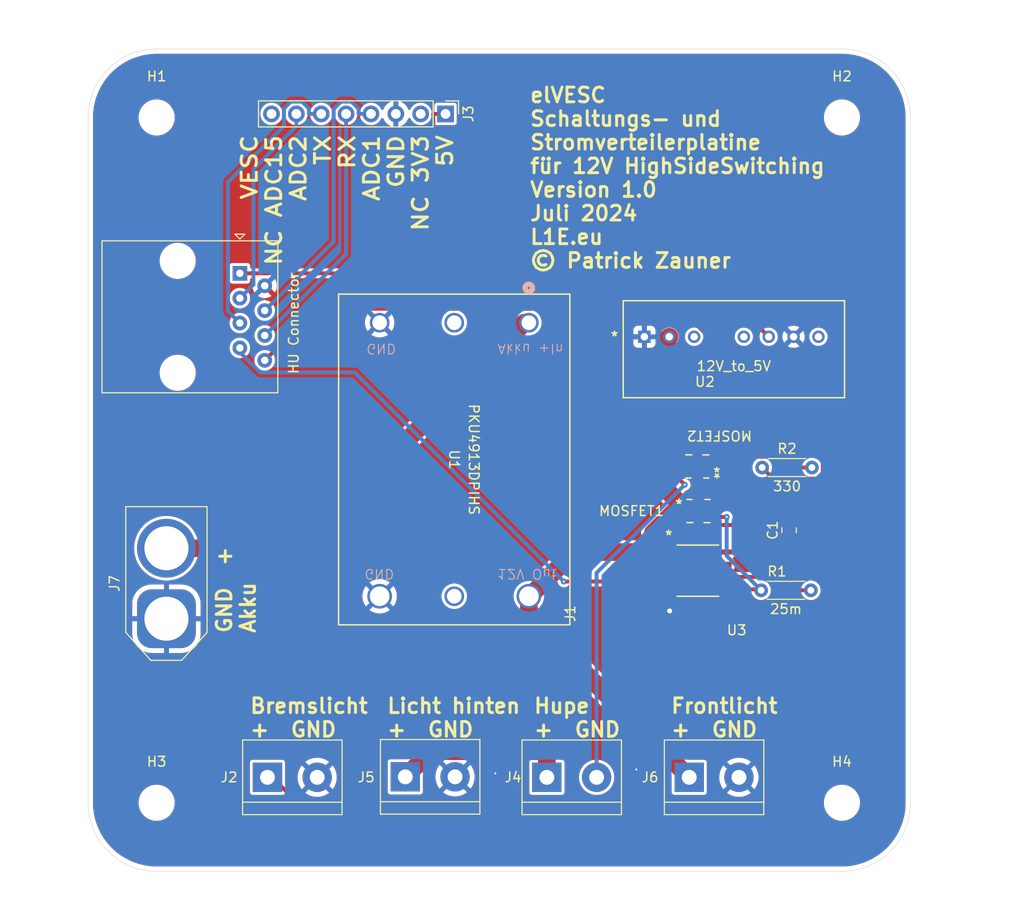
<source format=kicad_pcb>
(kicad_pcb (version 20240108) (generator "pcbnew") (generator_version "8.0")
  (layers (0 "F.Cu" signal) (31 "B.Cu" signal) (34 "B.Paste" user) (35 "F.Paste" user) (36 "B.SilkS" user "B.Silkscreen") (37 "F.SilkS" user "F.Silkscreen") (38 "B.Mask" user) (39 "F.Mask" user) (44 "Edge.Cuts" user))
  (net 0 "")
  (net 1 "Net-(U3-GATE)")
  (net 2 "Net-(U3-VBOOST)")
  (net 3 "+5V")
  (net 4 "Hupe")
  (net 5 "Bremse")
  (net 6 "GND")
  (net 7 "Net-(J2-Pin_1)")
  (net 8 "+12V")
  (net 9 "Net-(J4-Pin_2)")
  (net 10 "Net-(U3-SENSE+)")
  (net 13 "Akku_V")
  (net 19 "Net-(MOSFET2-Pad3)")
  (net 20 "Net-(J1-TX|SDA)")
  (net 21 "Net-(J1-RX|SDA)")
  (net 22 "Net-(J1-ADC1)")
  (net 23 "Net-(J1-ADC2)")
  (footprint "dc-dc:DPBW06_MWU" (layer "F.Cu") (at 109.82 82.4)
    (property "Reference" "U2" (at 6.18 4.6 0) (layer "F.SilkS"))
    (property "Value" "12V_to_5V" (at 9.144 3 0) (layer "F.SilkS"))
    (fp_line (start -2.159 -3.683) (end -2.159 6.223) (stroke (width 0.1524)) (layer "F.SilkS"))
    (fp_line (start -2.159 6.223) (end 20.447 6.223) (stroke (width 0.1524)) (layer "F.SilkS"))
    (fp_line (start 20.447 -3.683) (end -2.159 -3.683) (stroke (width 0.1524)) (layer "F.SilkS"))
    (fp_line (start 20.447 6.223) (end 20.447 -3.683) (stroke (width 0.1524)) (layer "F.SilkS"))
    (fp_text user "*" (at -3.048 0 0) (layer "F.SilkS"))
    (fp_text user "*" (at -3.048 0 0) (layer "F.SilkS"))
    (pad "1" thru_hole rect (at 0 0) (size 1.27 1.27) (drill 0.762) (layers "*.Cu" "*.Mask") (net 6 "GND"))
    (pad "2" thru_hole circle (at 2.54 0) (size 1.27 1.27) (drill 0.762) (layers "*.Cu" "*.Mask") (net 8 "+12V"))
    (pad "3" thru_hole circle (at 5.08 0) (size 1.27 1.27) (drill 0.762) (layers "*.Cu" "*.Mask"))
    (pad "5" thru_hole circle (at 10.16 0) (size 1.27 1.27) (drill 0.762) (layers "*.Cu" "*.Mask"))
    (pad "6" thru_hole circle (at 12.7 0) (size 1.27 1.27) (drill 0.762) (layers "*.Cu" "*.Mask") (net 3 "+5V"))
    (pad "7" thru_hole circle (at 15.24 0) (size 1.27 1.27) (drill 0.762) (layers "*.Cu" "*.Mask") (net 6 "GND"))
    (pad "8" thru_hole circle (at 17.78 0) (size 1.27 1.27) (drill 0.762) (layers "*.Cu" "*.Mask"))
  )
  (footprint "TerminalBlock:TerminalBlock_bornier-2_P5.08mm" (layer "F.Cu") (at 71.32 127.4)
    (property "Reference" "J2" (at -3.92 0 0) (layer "F.SilkS"))
    (property "Value" "Bremslicht")
    (fp_line (start -2.54 -3.81) (end -2.54 3.81) (stroke (width 0.12)) (layer "F.SilkS"))
    (fp_line (start -2.54 3.81) (end 7.62 3.81) (stroke (width 0.12)) (layer "F.SilkS"))
    (fp_line (start 7.62 -3.81) (end -2.54 -3.81) (stroke (width 0.12)) (layer "F.SilkS"))
    (fp_line (start 7.62 2.54) (end -2.54 2.54) (stroke (width 0.12)) (layer "F.SilkS"))
    (fp_line (start 7.62 3.81) (end 7.62 -3.81) (stroke (width 0.12)) (layer "F.SilkS"))
    (pad "1" thru_hole rect (at 0 0) (size 3 3) (drill 1.52) (layers "*.Cu" "*.Mask") (net 7 "Net-(J2-Pin_1)"))
    (pad "2" thru_hole circle (at 5.08 0) (size 3 3) (drill 1.52) (layers "*.Cu" "*.Mask") (net 6 "GND"))
  )
  (footprint "Resistor_THT:R_Axial_DIN0204_L3.6mm_D1.6mm_P5.08mm_Horizontal" (layer "F.Cu") (at 121.8517 95.7592)
    (property "Reference" "R2" (at 2.54 -1.92 0) (layer "F.SilkS"))
    (property "Value" "330" (at 2.54 1.92 0) (layer "F.SilkS"))
    (fp_line (start 0.62 -0.92) (end 4.46 -0.92) (stroke (width 0.12)) (layer "F.SilkS"))
    (fp_line (start 0.62 0.92) (end 4.46 0.92) (stroke (width 0.12)) (layer "F.SilkS"))
    (pad "1" thru_hole circle (at 0 0) (size 1.4 1.4) (drill 0.7) (layers "*.Cu" "*.Mask") (net 4 "Hupe"))
    (pad "2" thru_hole oval (at 5.08 0) (size 1.4 1.4) (drill 0.7) (layers "*.Cu" "*.Mask") (net 19 "Net-(MOSFET2-Pad3)"))
  )
  (footprint "MountingHole:MountingHole_3.2mm_M3" (layer "F.Cu") (at 60 60)
    (property "Reference" "H1" (at 0 -4.2 0) (layer "F.SilkS"))
    (property "Value" "MountingHole")
    (pad "" np_thru_hole circle (at 0 0) (size 3.2 3.2) (drill 3.2) (layers "*.Cu" "*.Mask"))
  )
  (footprint "Connector_PinHeader_2.54mm:PinHeader_1x08_P2.54mm_Vertical" (layer "F.Cu") (at 89.5125 59.6358 -90)
    (property "Reference" "J3" (at 0 -2.33 90) (layer "F.SilkS"))
    (property "Value" "VESC Conn to VESC")
    (fp_line (start -1.33 19.11) (end 1.33 19.11) (stroke (width 0.12)) (layer "F.SilkS"))
    (fp_line (start -1.33 1.27) (end -1.33 19.11) (stroke (width 0.12)) (layer "F.SilkS"))
    (fp_line (start -1.33 1.27) (end 1.33 1.27) (stroke (width 0.12)) (layer "F.SilkS"))
    (fp_line (start 1.33 1.27) (end 1.33 19.11) (stroke (width 0.12)) (layer "F.SilkS"))
    (fp_line (start -1.33 0) (end -1.33 -1.33) (stroke (width 0.12)) (layer "F.SilkS"))
    (fp_line (start -1.33 -1.33) (end 0 -1.33) (stroke (width 0.12)) (layer "F.SilkS"))
    (pad "1" thru_hole rect (at 0 0 270) (size 1.7 1.7) (drill 1) (layers "*.Cu" "*.Mask") (net 3 "+5V"))
    (pad "2" thru_hole oval (at 0 2.54 270) (size 1.7 1.7) (drill 1) (layers "*.Cu" "*.Mask"))
    (pad "3" thru_hole oval (at 0 5.08 270) (size 1.7 1.7) (drill 1) (layers "*.Cu" "*.Mask") (net 6 "GND"))
    (pad "4" thru_hole oval (at 0 7.62 270) (size 1.7 1.7) (drill 1) (layers "*.Cu" "*.Mask") (net 22 "Net-(J1-ADC1)"))
    (pad "5" thru_hole oval (at 0 10.16 270) (size 1.7 1.7) (drill 1) (layers "*.Cu" "*.Mask") (net 20 "Net-(J1-TX|SDA)"))
    (pad "6" thru_hole oval (at 0 12.7 270) (size 1.7 1.7) (drill 1) (layers "*.Cu" "*.Mask") (net 21 "Net-(J1-RX|SDA)"))
    (pad "7" thru_hole oval (at 0 15.24 270) (size 1.7 1.7) (drill 1) (layers "*.Cu" "*.Mask") (net 23 "Net-(J1-ADC2)"))
    (pad "8" thru_hole oval (at 0 17.78 270) (size 1.7 1.7) (drill 1) (layers "*.Cu" "*.Mask"))
  )
  (footprint "dcdc-wandler-12v:PKU4913DPIHS_FPM" (layer "F.Cu") (at 98.02 80.9634 -90)
    (property "Reference" "U1" (at 13.97 7.62 -90) (layer "F.SilkS"))
    (property "Value" "PKU4913DPIHS" (at 13.97 5.62 -90) (layer "F.SilkS"))
    (fp_circle (center -3.556 0) (end -3.175 0) (stroke (width 0.508)) (fill none) (layer "B.SilkS"))
    (fp_line (start -2.921 19.431) (end 30.861 19.431) (stroke (width 0.1524)) (layer "F.SilkS"))
    (fp_line (start 30.861 19.431) (end 30.861 -4.191) (stroke (width 0.1524)) (layer "F.SilkS"))
    (fp_line (start -2.921 -4.191) (end -2.921 19.431) (stroke (width 0.1524)) (layer "F.SilkS"))
    (fp_line (start 30.861 -4.191) (end -2.921 -4.191) (stroke (width 0.1524)) (layer "F.SilkS"))
    (fp_circle (center -3.556 0) (end -3.175 0) (stroke (width 0.508)) (fill none) (layer "F.SilkS"))
    (pad "1" thru_hole circle (at 0 0 270) (size 2.0066 2.0066) (drill 1.4986) (layers "*.Cu" "*.Mask") (net 13 "Akku_V"))
    (pad "2" thru_hole circle (at 0 7.62 270) (size 2.0066 2.0066) (drill 1.4986) (layers "*.Cu" "*.Mask"))
    (pad "3" thru_hole circle (at 0 15.24 270) (size 2.0066 2.0066) (drill 1.4986) (layers "*.Cu" "*.Mask") (net 6 "GND"))
    (pad "4" thru_hole circle (at 27.94 15.24 270) (size 2.5146 2.5146) (drill 2.0066) (layers "*.Cu" "*.Mask") (net 6 "GND"))
    (pad "6" thru_hole circle (at 27.94 7.62 270) (size 2.0066 2.0066) (drill 1.4986) (layers "*.Cu" "*.Mask"))
    (pad "8" thru_hole circle (at 27.94 0 270) (size 2.5146 2.5146) (drill 2.0066) (layers "*.Cu" "*.Mask") (net 8 "+12V"))
  )
  (footprint "TerminalBlock:TerminalBlock_bornier-2_P5.08mm" (layer "F.Cu") (at 114.4 127.4)
    (property "Reference" "J6" (at -4 0 0) (layer "F.SilkS"))
    (property "Value" "Licht vorne")
    (fp_line (start -2.54 -3.81) (end -2.54 3.81) (stroke (width 0.12)) (layer "F.SilkS"))
    (fp_line (start -2.54 3.81) (end 7.62 3.81) (stroke (width 0.12)) (layer "F.SilkS"))
    (fp_line (start 7.62 -3.81) (end -2.54 -3.81) (stroke (width 0.12)) (layer "F.SilkS"))
    (fp_line (start 7.62 2.54) (end -2.54 2.54) (stroke (width 0.12)) (layer "F.SilkS"))
    (fp_line (start 7.62 3.81) (end 7.62 -3.81) (stroke (width 0.12)) (layer "F.SilkS"))
    (pad "1" thru_hole rect (at 0 0) (size 3 3) (drill 1.52) (layers "*.Cu" "*.Mask") (net 8 "+12V"))
    (pad "2" thru_hole circle (at 5.08 0) (size 3 3) (drill 1.52) (layers "*.Cu" "*.Mask") (net 6 "GND"))
  )
  (footprint "Capacitor_SMD:C_0805_2012Metric_Pad1.18x1.45mm_HandSolder" (layer "F.Cu") (at 124.6 102.1625 90)
    (property "Reference" "C1" (at 0 -1.68 -90) (layer "F.SilkS"))
    (property "Value" "2n7")
    (fp_line (start -0.261252 -0.735) (end 0.261252 -0.735) (stroke (width 0.12)) (layer "F.SilkS"))
    (fp_line (start -0.261252 0.735) (end 0.261252 0.735) (stroke (width 0.12)) (layer "F.SilkS"))
    (pad "1" smd roundrect (at -1.0375 0 90) (size 1.175 1.45) (layers "F.Cu" "F.Paste" "F.Mask") (roundrect_rratio 0.212766) (net 2 "Net-(U3-VBOOST)"))
    (pad "2" smd roundrect (at 1.0375 0 90) (size 1.175 1.45) (layers "F.Cu" "F.Paste" "F.Mask") (roundrect_rratio 0.212766) (net 1 "Net-(U3-GATE)"))
  )
  (footprint "MountingHole:MountingHole_3.2mm_M3" (layer "F.Cu") (at 60 130)
    (property "Reference" "H3" (at 0 -4.2 0) (layer "F.SilkS"))
    (property "Value" "MountingHole")
    (pad "" np_thru_hole circle (at 0 0) (size 3.2 3.2) (drill 3.2) (layers "*.Cu" "*.Mask"))
  )
  (footprint "MountingHole:MountingHole_3.2mm_M3" (layer "F.Cu") (at 130 130)
    (property "Reference" "H4" (at 0 -4.2 0) (layer "F.SilkS"))
    (property "Value" "MountingHole")
    (pad "" np_thru_hole circle (at 0 0) (size 3.2 3.2) (drill 3.2) (layers "*.Cu" "*.Mask"))
  )
  (footprint "Connector_RJ:RJ45_Amphenol_54602-x08_Horizontal" (layer "F.Cu") (at 68.5 75.9175 -90)
    (property "Reference" "J1" (at 34.7558 -33.7525 -90) (layer "F.SilkS"))
    (property "Value" "HU Connector" (at 5.0825 -5.5 90) (layer "F.SilkS"))
    (fp_line (start -3.315 14.08) (end 12.205 14.08) (stroke (width 0.12)) (layer "F.SilkS"))
    (fp_line (start -4 0.5) (end -3.5 0) (stroke (width 0.12)) (layer "F.SilkS"))
    (fp_line (start -3.5 0) (end -4 -0.5) (stroke (width 0.12)) (layer "F.SilkS"))
    (fp_line (start -4 -0.5) (end -4 0.5) (stroke (width 0.12)) (layer "F.SilkS"))
    (fp_line (start -3.315 -3.88) (end -3.315 14.08) (stroke (width 0.12)) (layer "F.SilkS"))
    (fp_line (start 12.205 -3.88) (end 12.205 14.08) (stroke (width 0.12)) (layer "F.SilkS"))
    (fp_line (start 12.205 -3.88) (end -3.315 -3.88) (stroke (width 0.12)) (layer "F.SilkS"))
    (pad "" np_thru_hole circle (at -1.27 6.35 270) (size 3.2 3.2) (drill 3.2) (layers "*.Cu" "*.Mask"))
    (pad "" np_thru_hole circle (at 10.16 6.35 270) (size 3.2 3.2) (drill 3.2) (layers "*.Cu" "*.Mask"))
    (pad "1" thru_hole rect (at 0 0 270) (size 1.5 1.5) (drill 0.76) (layers "*.Cu" "*.Mask") (net 3 "+5V"))
    (pad "2" thru_hole circle (at 1.27 -2.54 270) (size 1.5 1.5) (drill 0.76) (layers "*.Cu" "*.Mask") (net 6 "GND"))
    (pad "3" thru_hole circle (at 2.54 0 270) (size 1.5 1.5) (drill 0.76) (layers "*.Cu" "*.Mask") (net 23 "Net-(J1-ADC2)"))
    (pad "4" thru_hole circle (at 3.81 -2.54 270) (size 1.5 1.5) (drill 0.76) (layers "*.Cu" "*.Mask") (net 22 "Net-(J1-ADC1)"))
    (pad "5" thru_hole circle (at 5.08 0 270) (size 1.5 1.5) (drill 0.76) (layers "*.Cu" "*.Mask") (net 21 "Net-(J1-RX|SDA)"))
    (pad "6" thru_hole circle (at 6.35 -2.54 270) (size 1.5 1.5) (drill 0.76) (layers "*.Cu" "*.Mask") (net 20 "Net-(J1-TX|SDA)"))
    (pad "7" thru_hole circle (at 7.62 0 270) (size 1.5 1.5) (drill 0.76) (layers "*.Cu" "*.Mask") (net 5 "Bremse"))
    (pad "8" thru_hole circle (at 8.89 -2.54 270) (size 1.5 1.5) (drill 0.76) (layers "*.Cu" "*.Mask") (net 4 "Hupe"))
  )
  (footprint "mosfet-n-channel:PQFN6_2X2_INF" (layer "F.Cu") (at 115.3459 100.2)
    (property "Reference" "MOSFET1" (at -6.8459 0 0) (layer "F.SilkS"))
    (property "Value" "IRLHS6242TRPBF")
    (fp_line (start -1.1811 1.1811) (end -0.570631 1.1811) (stroke (width 0.1524)) (layer "F.SilkS"))
    (fp_line (start -0.661693 -1.1811) (end -1.1811 -1.1811) (stroke (width 0.1524)) (layer "F.SilkS"))
    (fp_line (start 0.570631 1.1811) (end 1.1811 1.1811) (stroke (width 0.1524)) (layer "F.SilkS"))
    (fp_line (start 1.1811 -1.1811) (end 0.661693 -1.1811) (stroke (width 0.1524)) (layer "F.SilkS"))
    (fp_text user "*" (at -1.9939 -0.65 0) (layer "F.SilkS"))
    (fp_text user "*" (at -1.9939 -0.65 0) (layer "F.SilkS"))
    (pad "1" smd rect (at -1.0541 -0.649999 90) (size 0.3048 0.6096) (layers "F.Cu" "F.Paste" "F.Mask") (net 8 "+12V"))
    (pad "2" smd rect (at -1.0541 0 90) (size 0.3048 0.6096) (layers "F.Cu" "F.Paste" "F.Mask") (net 8 "+12V"))
    (pad "3" smd rect (at -1.0541 0.649999 90) (size 0.3048 0.6096) (layers "F.Cu" "F.Paste" "F.Mask") (net 1 "Net-(U3-GATE)"))
    (pad "4" smd rect (at 1.0541 0.649999 90) (size 0.3048 0.6096) (layers "F.Cu" "F.Paste" "F.Mask") (net 10 "Net-(U3-SENSE+)"))
    (pad "5" smd rect (at 1.0541 0 90) (size 0.3048 0.6096) (layers "F.Cu" "F.Paste" "F.Mask") (net 8 "+12V"))
    (pad "6" smd rect (at 1.0541 -0.649999 90) (size 0.3048 0.6096) (layers "F.Cu" "F.Paste" "F.Mask") (net 8 "+12V"))
    (pad "7" smd rect (at 0 -0.33) (size 1.2446 1.0414) (layers "F.Cu" "F.Paste" "F.Mask") (net 8 "+12V"))
    (pad "8" smd rect (at 0 0.785) (size 0.7874 0.2286) (layers "F.Cu" "F.Paste" "F.Mask") (net 10 "Net-(U3-SENSE+)"))
  )
  (footprint "Connector_AMASS:AMASS_XT60-F_1x02_P7.20mm_Vertical" (layer "F.Cu") (at 61 111.2 90)
    (property "Reference" "J7" (at 3.6 -5.3 -90) (layer "F.SilkS"))
    (property "Value" "Akku")
    (fp_line (start 11.45 -4.15) (end -1.4 -4.15) (stroke (width 0.12)) (layer "F.SilkS"))
    (fp_line (start -1.4 -4.15) (end -4.25 -1.6) (stroke (width 0.12)) (layer "F.SilkS"))
    (fp_line (start -4.25 -1.6) (end -4.25 1.55) (stroke (width 0.12)) (layer "F.SilkS"))
    (fp_line (start -4.25 1.55) (end -1.4 4.15) (stroke (width 0.12)) (layer "F.SilkS"))
    (fp_line (start 11.45 4.15) (end 11.45 -4.15) (stroke (width 0.12)) (layer "F.SilkS"))
    (fp_line (start -1.4 4.15) (end 11.45 4.15) (stroke (width 0.12)) (layer "F.SilkS"))
    (pad "1" thru_hole roundrect (at 0 0 90) (size 6 6) (drill 4.5) (layers "*.Cu" "*.Mask") (net 6 "GND"))
    (pad "2" thru_hole circle (at 7.2 0 90) (size 6 6) (drill 4.5) (layers "*.Cu" "*.Mask") (net 13 "Akku_V"))
  )
  (footprint "mosfet-n-channel:PQFN6_2X2_INF" (layer "F.Cu") (at 115.2301 95.645 180)
    (property "Reference" "MOSFET2" (at -2.2699 3.145 180) (layer "F.SilkS"))
    (property "Value" "IRLHS6242TRPBF")
    (fp_line (start 1.1811 -1.1811) (end 0.661693 -1.1811) (stroke (width 0.1524)) (layer "F.SilkS"))
    (fp_line (start 0.570631 1.1811) (end 1.1811 1.1811) (stroke (width 0.1524)) (layer "F.SilkS"))
    (fp_line (start -0.661693 -1.1811) (end -1.1811 -1.1811) (stroke (width 0.1524)) (layer "F.SilkS"))
    (fp_line (start -1.1811 1.1811) (end -0.570631 1.1811) (stroke (width 0.1524)) (layer "F.SilkS"))
    (fp_text user "*" (at -1.9939 -0.65 180) (layer "F.SilkS"))
    (fp_text user "*" (at -1.9939 -0.65 180) (layer "F.SilkS"))
    (pad "1" smd rect (at -1.0541 -0.649999 270) (size 0.3048 0.6096) (layers "F.Cu" "F.Paste" "F.Mask") (net 9 "Net-(J4-Pin_2)"))
    (pad "2" smd rect (at -1.0541 0 270) (size 0.3048 0.6096) (layers "F.Cu" "F.Paste" "F.Mask") (net 9 "Net-(J4-Pin_2)"))
    (pad "3" smd rect (at -1.0541 0.649999 270) (size 0.3048 0.6096) (layers "F.Cu" "F.Paste" "F.Mask") (net 19 "Net-(MOSFET2-Pad3)"))
    (pad "4" smd rect (at 1.0541 0.649999 270) (size 0.3048 0.6096) (layers "F.Cu" "F.Paste" "F.Mask") (net 6 "GND"))
    (pad "5" smd rect (at 1.0541 0 270) (size 0.3048 0.6096) (layers "F.Cu" "F.Paste" "F.Mask") (net 9 "Net-(J4-Pin_2)"))
    (pad "6" smd rect (at 1.0541 -0.649999 270) (size 0.3048 0.6096) (layers "F.Cu" "F.Paste" "F.Mask") (net 9 "Net-(J4-Pin_2)"))
    (pad "7" smd rect (at 0 -0.33 180) (size 1.2446 1.0414) (layers "F.Cu" "F.Paste" "F.Mask") (net 9 "Net-(J4-Pin_2)"))
    (pad "8" smd rect (at 0 0.785 180) (size 0.7874 0.2286) (layers "F.Cu" "F.Paste" "F.Mask") (net 6 "GND"))
  )
  (footprint "Resistor_THT:R_Axial_DIN0204_L3.6mm_D1.6mm_P5.08mm_Horizontal" (layer "F.Cu") (at 121.7442 108.295)
    (property "Reference" "R1" (at 1.62 -1.92 0) (layer "F.SilkS"))
    (property "Value" "25m" (at 2.54 1.92 0) (layer "F.SilkS"))
    (fp_line (start 0.62 -0.92) (end 4.46 -0.92) (stroke (width 0.12)) (layer "F.SilkS"))
    (fp_line (start 0.62 0.92) (end 4.46 0.92) (stroke (width 0.12)) (layer "F.SilkS"))
    (pad "1" thru_hole circle (at 0 0) (size 1.4 1.4) (drill 0.7) (layers "*.Cu" "*.Mask") (net 10 "Net-(U3-SENSE+)"))
    (pad "2" thru_hole oval (at 5.08 0) (size 1.4 1.4) (drill 0.7) (layers "*.Cu" "*.Mask") (net 7 "Net-(J2-Pin_1)"))
  )
  (footprint "mosfet-driver-highside-switch:SOIC-8_M_MCH" (layer "F.Cu") (at 115.2842 106.295)
    (property "Reference" "U3" (at 3.9654 6.0806 0) (layer "F.SilkS"))
    (property "Value" "MIC5021YM-TR")
    (fp_line (start -2.1209 2.6162) (end 2.1209 2.6162) (stroke (width 0.1524)) (layer "F.SilkS"))
    (fp_line (start 2.1209 -2.6162) (end -2.1209 -2.6162) (stroke (width 0.1524)) (layer "F.SilkS"))
    (fp_text user "*" (at -2.97815 -3.5814 0) (layer "F.SilkS"))
    (fp_text user "*" (at -2.97815 -3.5814 0) (layer "F.SilkS"))
    (pad "1" smd rect (at -2.72415 -1.905) (size 1.4605 0.5334) (layers "F.Cu" "F.Paste" "F.Mask") (net 8 "+12V"))
    (pad "2" smd rect (at -2.72415 -0.635) (size 1.4605 0.5334) (layers "F.Cu" "F.Paste" "F.Mask") (net 5 "Bremse"))
    (pad "3" smd rect (at -2.72415 0.635) (size 1.4605 0.5334) (layers "F.Cu" "F.Paste" "F.Mask"))
    (pad "4" smd rect (at -2.72415 1.905) (size 1.4605 0.5334) (layers "F.Cu" "F.Paste" "F.Mask") (net 6 "GND"))
    (pad "5" smd rect (at 2.72415 1.905) (size 1.4605 0.5334) (layers "F.Cu" "F.Paste" "F.Mask") (net 10 "Net-(U3-SENSE+)"))
    (pad "6" smd rect (at 2.72415 0.635) (size 1.4605 0.5334) (layers "F.Cu" "F.Paste" "F.Mask") (net 7 "Net-(J2-Pin_1)"))
    (pad "7" smd rect (at 2.72415 -0.635) (size 1.4605 0.5334) (layers "F.Cu" "F.Paste" "F.Mask") (net 1 "Net-(U3-GATE)"))
    (pad "8" smd rect (at 2.72415 -1.905) (size 1.4605 0.5334) (layers "F.Cu" "F.Paste" "F.Mask") (net 2 "Net-(U3-VBOOST)"))
  )
  (footprint "TerminalBlock:TerminalBlock_bornier-2_P5.08mm" (layer "F.Cu") (at 85.4 127.35)
    (property "Reference" "J5" (at -4 0.05 0) (layer "F.SilkS"))
    (property "Value" "Licht hinten")
    (fp_line (start -2.54 -3.81) (end -2.54 3.81) (stroke (width 0.12)) (layer "F.SilkS"))
    (fp_line (start -2.54 3.81) (end 7.62 3.81) (stroke (width 0.12)) (layer "F.SilkS"))
    (fp_line (start 7.62 -3.81) (end -2.54 -3.81) (stroke (width 0.12)) (layer "F.SilkS"))
    (fp_line (start 7.62 2.54) (end -2.54 2.54) (stroke (width 0.12)) (layer "F.SilkS"))
    (fp_line (start 7.62 3.81) (end 7.62 -3.81) (stroke (width 0.12)) (layer "F.SilkS"))
    (pad "1" thru_hole rect (at 0 0) (size 3 3) (drill 1.52) (layers "*.Cu" "*.Mask") (net 8 "+12V"))
    (pad "2" thru_hole circle (at 5.08 0) (size 3 3) (drill 1.52) (layers "*.Cu" "*.Mask") (net 6 "GND"))
  )
  (footprint "MountingHole:MountingHole_3.2mm_M3" (layer "F.Cu") (at 130 60)
    (property "Reference" "H2" (at 0 -4.2 0) (layer "F.SilkS"))
    (property "Value" "MountingHole")
    (pad "" np_thru_hole circle (at 0 0) (size 3.2 3.2) (drill 3.2) (layers "*.Cu" "*.Mask"))
  )
  (footprint "TerminalBlock:TerminalBlock_bornier-2_P5.08mm" (layer "F.Cu") (at 99.86 127.4)
    (property "Reference" "J4" (at -3.46 0 0) (layer "F.SilkS"))
    (property "Value" "Hupe")
    (fp_line (start -2.54 -3.81) (end -2.54 3.81) (stroke (width 0.12)) (layer "F.SilkS"))
    (fp_line (start -2.54 3.81) (end 7.62 3.81) (stroke (width 0.12)) (layer "F.SilkS"))
    (fp_line (start 7.62 -3.81) (end -2.54 -3.81) (stroke (width 0.12)) (layer "F.SilkS"))
    (fp_line (start 7.62 2.54) (end -2.54 2.54) (stroke (width 0.12)) (layer "F.SilkS"))
    (fp_line (start 7.62 3.81) (end 7.62 -3.81) (stroke (width 0.12)) (layer "F.SilkS"))
    (pad "1" thru_hole rect (at 0 0) (size 3 3) (drill 1.52) (layers "*.Cu" "*.Mask") (net 8 "+12V"))
    (pad "2" thru_hole circle (at 5.08 0) (size 3 3) (drill 1.52) (layers "*.Cu" "*.Mask") (net 9 "Net-(J4-Pin_2)"))
  )
  (gr_line (start 114.2 95) (end 114.2 94) (stroke (width 0.2)) (layer "F.Cu") (net 6))
  (gr_line (start 115.2 94.8) (end 115.2 94) (stroke (width 0.2)) (layer "F.Cu") (net 6))
  (gr_line (start 114.2 94) (end 115.2 94) (stroke (width 0.2)) (layer "F.Cu") (net 6))
  (gr_arc (start 137 130) (mid 134.949747 134.949747) (end 130 137) (stroke (width 0.05)) (layer "Edge.Cuts"))
  (gr_line (start 53 60) (end 53 130) (stroke (width 0.05)) (layer "Edge.Cuts"))
  (gr_line (start 137 130) (end 137 60) (stroke (width 0.05)) (layer "Edge.Cuts"))
  (gr_line (start 60 137) (end 130 137) (stroke (width 0.05)) (layer "Edge.Cuts"))
  (gr_line (start 130 53) (end 60 53) (stroke (width 0.05)) (layer "Edge.Cuts"))
  (gr_arc (start 130 53) (mid 134.949747 55.050253) (end 137 60) (stroke (width 0.05)) (layer "Edge.Cuts"))
  (gr_arc (start 60 137) (mid 55.050253 134.949747) (end 53 130) (stroke (width 0.05)) (layer "Edge.Cuts"))
  (gr_arc (start 53 60) (mid 55.050253 55.050253) (end 60 53) (stroke (width 0.05)) (layer "Edge.Cuts"))
  (gr_text "12V Out" (at 94.7525 106.0358 180) (layer "B.SilkS") (effects (font (size 1 1) (thickness 0.1)) (justify left bottom mirror)))
  (gr_text "GND\n" (at 81.1525 106.0358 180) (layer "B.SilkS") (effects (font (size 1 1) (thickness 0.1)) (justify left bottom mirror)))
  (gr_text "Akku +In" (at 94.7525 83.0358 180) (layer "B.SilkS") (effects (font (size 1 1) (thickness 0.1)) (justify left bottom mirror)))
  (gr_text "GND\n" (at 81.3525 83.0358 180) (layer "B.SilkS") (effects (font (size 1 1) (thickness 0.1)) (justify left bottom mirror)))
  (gr_text "Licht hinten\n+  GND" (at 83.4 123.4 0) (layer "F.SilkS") (effects (font (size 1.5 1.5) (thickness 0.3) (bold yes)) (justify left bottom)))
  (gr_text "Bremslicht\n+  GND" (at 69.4 123.4 0) (layer "F.SilkS") (effects (font (size 1.5 1.5) (thickness 0.3) (bold yes)) (justify left bottom)))
  (gr_text "elVESC\nSchaltungs- und\nStromverteilerplatine\nfür 12V HighSideSwitching\nVersion 1.0\nJuli 2024\nL1E.eu\n© Patrick Zauner\n" (at 98 75.5 0) (layer "F.SilkS") (effects (font (size 1.5 1.5) (thickness 0.3) (bold yes)) (justify left bottom)))
  (gr_text "Hupe\n+  GND" (at 98.4 123.4 0) (layer "F.SilkS") (effects (font (size 1.5 1.5) (thickness 0.3) (bold yes)) (justify left bottom)))
  (gr_text "VESC\nNC ADC15\nADC2\nTX\nRX\nADC1\nGND\nNC 3V3\n5V" (at 90.3525 61.63585 90) (layer "F.SilkS") (effects (font (size 1.55 1.75) (thickness 0.3) (bold yes)) (justify right bottom)))
  (gr_text "Frontlicht\n+  GND" (at 112.4 123.4 0) (layer "F.SilkS") (effects (font (size 1.5 1.5) (thickness 0.3) (bold yes)) (justify left bottom)))
  (gr_text "GND  +\nAkku" (at 70.2 112.8 90) (layer "F.SilkS") (effects (font (size 1.5 1.5) (thickness 0.3) (bold yes)) (justify left bottom)))
  (segment (start 114.2918 101.0653) (end 114.2918 100.85) (width 0.4) (layer "F.Cu") (net 1))
  (segment (start 114.8561 101.6296) (end 114.2918 101.0653) (width 0.4) (layer "F.Cu") (net 1))
  (segment (start 116.8765 101.6296) (end 114.8561 101.6296) (width 0.4) (layer "F.Cu") (net 1))
  (segment (start 118.0084 105.66) (end 116.8765 105.66) (width 0.4) (layer "F.Cu") (net 1))
  (segment (start 124.6 101.125) (end 124.0954 101.6296) (width 0.4) (layer "F.Cu") (net 1))
  (segment (start 124.0954 101.6296) (end 116.8765 101.6296) (width 0.4) (layer "F.Cu") (net 1))
  (segment (start 116.8765 105.66) (end 116.8765 101.6296) (width 0.4) (layer "F.Cu") (net 1))
  (segment (start 118.0084 104.39) (end 123.41 104.39) (width 0.4) (layer "F.Cu") (net 2))
  (segment (start 123.41 104.39) (end 124.6 103.2) (width 0.4) (layer "F.Cu") (net 2))
  (segment (start 68.5 75.9175) (end 88.2608 75.9175) (width 0.4) (layer "F.Cu") (net 3))
  (segment (start 88.2608 75.9175) (end 88.2608 59.6358) (width 0.4) (layer "F.Cu") (net 3))
  (segment (start 88.2608 75.9175) (end 116.0375 75.9175) (width 0.4) (layer "F.Cu") (net 3))
  (segment (start 89.5125 59.6358) (end 88.2608 59.6358) (width 0.4) (layer "F.Cu") (net 3))
  (segment (start 116.0375 75.9175) (end 122.52 82.4) (width 0.4) (layer "F.Cu") (net 3))
  (segment (start 128.0493 96.2828) (end 127.4379 96.8942) (width 0.4) (layer "F.Cu") (net 4))
  (segment (start 128.0493 94.0615) (end 128.0493 96.2828) (width 0.4) (layer "F.Cu") (net 4))
  (segment (start 114.0329 80.0451) (end 128.0493 94.0615) (width 0.4) (layer "F.Cu") (net 4))
  (segment (start 71.04 84.8075) (end 76.3119 79.5356) (width 0.4) (layer "F.Cu") (net 4))
  (segment (start 127.4379 96.8942) (end 122.9867 96.8942) (width 0.4) (layer "F.Cu") (net 4))
  (segment (start 76.3119 79.5356) (end 113.5215 79.5356) (width 0.4) (layer "F.Cu") (net 4))
  (segment (start 122.9867 96.8942) (end 121.8517 95.7592) (width 0.4) (layer "F.Cu") (net 4))
  (segment (start 113.5215 79.5356) (end 114.031 80.0451) (width 0.4) (layer "F.Cu") (net 4))
  (segment (start 114.031 80.0451) (end 114.0329 80.0451) (width 0.4) (layer "F.Cu") (net 4))
  (segment (start 111.9585 106.2616) (end 112.5601 105.66) (width 0.4) (layer "F.Cu") (net 5))
  (segment (start 110.1919 107.4) (end 111.3303 106.2616) (width 0.4) (layer "F.Cu") (net 5))
  (segment (start 111.3303 106.2616) (end 111.9585 106.2616) (width 0.4) (layer "F.Cu") (net 5))
  (segment (start 101.5945 107.4) (end 110.1919 107.4) (width 0.4) (layer "F.Cu") (net 5))
  (via (at 101.5945 107.4) (size 0.6) (drill 0.2) (layers "F.Cu" "B.Cu") (net 5))
  (segment (start 68.5 83.5375) (end 68.5 83.9695) (width 0.4) (layer "B.Cu") (net 5))
  (segment (start 70.5722 86.0417) (end 80.2362 86.0417) (width 0.4) (layer "B.Cu") (net 5))
  (segment (start 68.5 83.9695) (end 70.5722 86.0417) (width 0.4) (layer "B.Cu") (net 5))
  (segment (start 80.2362 86.0417) (end 101.5945 107.4) (width 0.4) (layer "B.Cu") (net 5))
  (via (at 94.6 127) (size 0.6) (drill 0.2) (layers "F.Cu" "B.Cu") (net 6))
  (via (at 112.4 110.4) (size 0.8) (drill 0.5) (layers "F.Cu" "B.Cu") (net 6))
  (via (at 109 126.6) (size 0.6) (drill 0.2) (layers "F.Cu" "B.Cu") (net 6))
  (segment (start 116.8 130.4) (end 117.2 130) (width 0.4) (layer "F.Cu") (net 7))
  (segment (start 117.2 130) (end 117.2 116.8175) (width 0.4) (layer "F.Cu") (net 7))
  (segment (start 125.7225 108.295) (end 124.3575 106.93) (width 0.4) (layer "F.Cu") (net 7))
  (segment (start 71.8 127.4) (end 74.8 130.4) (width 0.4) (layer "F.Cu") (net 7))
  (segment (start 124.3575 106.93) (end 118.0084 106.93) (width 0.4) (layer "F.Cu") (net 7))
  (segment (start 126.8242 108.295) (end 125.7225 108.295) (width 0.4) (layer "F.Cu") (net 7))
  (segment (start 74.8 130.4) (end 116.8 130.4) (width 0.4) (layer "F.Cu") (net 7))
  (segment (start 117.2 116.8175) (end 125.7225 108.295) (width 0.4) (layer "F.Cu") (net 7))
  (segment (start 71.32 127.4) (end 71.8 127.4) (width 0.4) (layer "F.Cu") (net 7))
  (segment (start 100.635 113.635) (end 99.86 114.41) (width 1.8) (layer "F.Cu") (net 8))
  (segment (start 116.4 99.55) (end 115.7429 99.55) (width 0.3046) (layer "F.Cu") (net 8))
  (segment (start 99.86 124.7302) (end 88.0198 124.7302) (width 1.8) (layer "F.Cu") (net 8))
  (segment (start 102.6224 104.3899) (end 98.02 108.9923) (width 1.8) (layer "F.Cu") (net 8))
  (segment (start 112.5601 104.39) (end 111.3633 104.39) (width 0.5332) (layer "F.Cu") (net 8))
  (segment (start 114.2918 99.55) (end 113.6347 99.55) (width 0.3046) (layer "F.Cu") (net 8))
  (segment (start 115.7429 99.55) (end 115.7429 100.2) (width 0.3046) (layer "F.Cu") (net 8))
  (segment (start 114.2916 99.5498) (end 114.2918 99.55) (width 0.3046) (layer "F.Cu") (net 8))
  (segment (start 111.3633 104.3899) (end 111.3633 104.39) (width 0.5332) (layer "F.Cu") (net 8))
  (segment (start 114.2918 100.2) (end 113.6347 100.2) (width 0.3046) (layer "F.Cu") (net 8))
  (segment (start 111.3633 104.2285) (end 111.3633 104.3899) (width 0.5332) (layer "F.Cu") (net 8))
  (segment (start 116.4 100.2) (end 115.7429 100.2) (width 0.3046) (layer "F.Cu") (net 8))
  (segment (start 113.5646 99.5498) (end 110.6907 102.4237) (width 1.8) (layer "F.Cu") (net 8))
  (segment (start 111.3633 104.3899) (end 102.6224 104.3899) (width 1.8) (layer "F.Cu") (net 8))
  (segment (start 110.6907 102.4237) (end 111.3633 103.0963) (width 0.5332) (layer "F.Cu") (net 8))
  (segment (start 115.3746 99.8413) (end 115.3459 99.87) (width 1.0412) (layer "F.Cu") (net 8))
  (segment (start 113.703 99.5498) (end 114.2916 99.5498) (width 0.3046) (layer "F.Cu") (net 8))
  (segment (start 98.02 108.9034) (end 98.02 108.903) (width 1.8) (layer "F.Cu") (net 8))
  (segment (start 99.86 124.7302) (end 99.86 127.4) (width 1.8) (layer "F.Cu") (net 8))
  (segment (start 112.166 98.1512) (end 113.5646 99.5498) (width 1.8) (layer "F.Cu") (net 8))
  (segment (start 113.6347 99.55) (end 113.6347 100.2) (width 0.3046) (layer "F.Cu") (net 8))
  (segment (start 112.166 82.594) (end 112.166 98.1512) (width 1.8) (layer "F.Cu") (net 8))
  (segment (start 111.3633 104.2285) (end 111.3633 103.0963) (width 1.8) (layer "F.Cu") (net 8))
  (segment (start 113.703 99.5498) (end 113.5646 99.5498) (width 1.8) (layer "F.Cu") (net 8))
  (segment (start 98.02 108.9923) (end 98.02 109.2584) (width 1.8) (layer "F.Cu") (net 8))
  (segment (start 98.02 109.2584) (end 98.02 108.9034) (width 1.8) (layer "F.Cu") (net 8))
  (segment (start 88.0198 124.7302) (end 85.4 127.35) (width 1.8) (layer "F.Cu") (net 8))
  (segment (start 98.02 111.02) (end 98.02 109.2584) (width 1.8) (layer "F.Cu") (net 8))
  (segment (start 99.86 114.41) (end 99.86 124.7302) (width 1.8) (layer "F.Cu") (net 8))
  (segment (start 100.635 113.635) (end 98.02 111.02) (width 1.8) (layer "F.Cu") (net 8))
  (segment (start 112.36 82.4) (end 112.166 82.594) (width 1.8) (layer "F.Cu") (net 8))
  (segment (start 115.7429 99.55) (end 115.3746 99.55) (width 1.0412) (layer "F.Cu") (net 8))
  (segment (start 114.4 127.4) (end 100.635 113.635) (width 1.8) (layer "F.Cu") (net 8))
  (segment (start 115.3746 99.55) (end 115.3746 99.8413) (width 1.0412) (layer "F.Cu") (net 8))
  (segment (start 114.7181 95.975) (end 114.506 95.975) (width 0.4) (layer "F.Cu") (net 9))
  (segment (start 115.2301 95.975) (end 116.2541 95.975) (width 0.4) (layer "F.Cu") (net 9))
  (segment (start 113.4695 97.0452) (end 113.9401 97.5158) (width 0.4) (layer "F.Cu") (net 9))
  (segment (start 116.2541 95.975) (end 116.2541 96.2649) (width 0.4) (layer "F.Cu") (net 9))
  (segment (start 116.2541 95.6751) (end 116.2541 95.975) (width 0.4) (layer "F.Cu") (net 9))
  (segment (start 114.2061 96.2649) (end 114.176 96.295) (width 0.4) (layer "F.Cu") (net 9))
  (segment (start 113.4695 96.295) (end 113.4695 97.0452) (width 0.4) (layer "F.Cu") (net 9))
  (segment (start 114.176 96.295) (end 113.4695 96.295) (width 0.4) (layer "F.Cu") (net 9))
  (segment (start 114.9741 95.975) (end 114.7181 95.975) (width 0.4) (layer "F.Cu") (net 9))
  (segment (start 114.506 95.975) (end 114.2061 95.975) (width 0.4) (layer "F.Cu") (net 9))
  (segment (start 116.2541 96.2649) (end 116.2842 96.295) (width 0.4) (layer "F.Cu") (net 9))
  (segment (start 116.2842 95.645) (end 116.2541 95.6751) (width 0.4) (layer "F.Cu") (net 9))
  (segment (start 114.506 95.975) (end 114.176 95.645) (width 0.4) (layer "F.Cu") (net 9))
  (segment (start 114.2061 95.975) (end 114.2061 96.2649) (width 0.4) (layer "F.Cu") (net 9))
  (segment (start 114.9741 95.975) (end 115.2301 95.975) (width 0.4) (layer "F.Cu") (net 9))
  (via (at 113.9401 97.5158) (size 0.6) (drill 0.2) (layers "F.Cu" "B.Cu") (net 9))
  (segment (start 113.9401 97.5158) (end 104.94 106.5159) (width 0.4) (layer "B.Cu") (net 9))
  (segment (start 104.94 106.5159) (end 104.94 127.4) (width 0.4) (layer "B.Cu") (net 9))
  (segment (start 121.6492 108.2) (end 121.7442 108.295) (width 0.4) (layer "F.Cu") (net 10))
  (segment (start 116.4 100.85) (end 117.1065 100.85) (width 0.4) (layer "F.Cu") (net 10))
  (segment (start 117.1503 100.8062) (end 117.1065 100.85) (width 0.4) (layer "F.Cu") (net 10))
  (segment (start 118.2288 100.8062) (end 117.1503 100.8062) (width 0.4) (layer "F.Cu") (net 10))
  (segment (start 118.0084 108.2) (end 121.6492 108.2) (width 0.4) (layer "F.Cu") (net 10))
  (segment (start 115.5585 100.985) (end 115.6935 100.85) (width 0.4) (layer "F.Cu") (net 10))
  (segment (start 115.3459 100.985) (end 115.5585 100.985) (width 0.4) (layer "F.Cu") (net 10))
  (segment (start 116.4 100.85) (end 115.6935 100.85) (width 0.4) (layer "F.Cu") (net 10))
  (via (at 118.2288 100.8062) (size 0.6) (drill 0.2) (layers "F.Cu" "B.Cu") (net 10))
  (segment (start 118.2288 104.7796) (end 118.2288 100.8062) (width 0.4) (layer "B.Cu") (net 10))
  (segment (start 121.7442 108.295) (end 118.2288 104.7796) (width 0.4) (layer "B.Cu") (net 10))
  (segment (start 97.5689 80.9634) (end 74.5323 104) (width 1.8) (layer "F.Cu") (net 13))
  (segment (start 74.5323 104) (end 61 104) (width 1.8) (layer "F.Cu") (net 13))
  (segment (start 98.02 80.9634) (end 97.5689 80.9634) (width 1.8) (layer "F.Cu") (net 13))
  (segment (start 116.9907 94.995) (end 117.3311 94.6546) (width 0.4) (layer "F.Cu") (net 19))
  (segment (start 124.7254 94.6546) (end 125.83 95.7592) (width 0.4) (layer "F.Cu") (net 19))
  (segment (start 126.9317 95.7592) (end 125.83 95.7592) (width 0.4) (layer "F.Cu") (net 19))
  (segment (start 116.2842 94.995) (end 116.9907 94.995) (width 0.4) (layer "F.Cu") (net 19))
  (segment (start 117.3311 94.6546) (end 124.7254 94.6546) (width 0.4) (layer "F.Cu") (net 19))
  (segment (start 79.3525 73.955) (end 79.3525 59.6358) (width 0.4) (layer "B.Cu") (net 20))
  (segment (start 71.04 82.2675) (end 79.3525 73.955) (width 0.4) (layer "B.Cu") (net 20))
  (segment (start 74.8508 58.3782) (end 73.7123 58.3782) (width 0.4) (layer "B.Cu") (net 21))
  (segment (start 67.2839 66.6046) (end 67.2839 79.7814) (width 0.4) (layer "B.Cu") (net 21))
  (segment (start 73.7123 58.3782) (end 73.0025 59.088) (width 0.4) (layer "B.Cu") (net 21))
  (segment (start 73.0025 60.886) (end 67.2839 66.6046) (width 0.4) (layer "B.Cu") (net 21))
  (segment (start 76.8125 59.6358) (end 75.5608 59.6358) (width 0.4) (layer "B.Cu") (net 21))
  (segment (start 75.5608 59.6358) (end 75.5608 59.0882) (width 0.4) (layer "B.Cu") (net 21))
  (segment (start 75.5608 59.0882) (end 74.8508 58.3782) (width 0.4) (layer "B.Cu") (net 21))
  (segment (start 73.0025 59.088) (end 73.0025 60.886) (width 0.4) (layer "B.Cu") (net 21))
  (segment (start 67.2839 79.7814) (end 68.5 80.9975) (width 0.4) (layer "B.Cu") (net 21))
  (segment (start 78.8356 58.3784) (end 79.9021 58.3784) (width 0.4) (layer "B.Cu") (net 22))
  (segment (start 78.0825 59.1315) (end 78.8356 58.3784) (width 0.4) (layer "B.Cu") (net 22))
  (segment (start 71.04 79.7275) (end 78.0825 72.685) (width 0.4) (layer "B.Cu") (net 22))
  (segment (start 79.9021 58.3784) (end 80.6408 59.1171) (width 0.4) (layer "B.Cu") (net 22))
  (segment (start 80.6408 59.1171) (end 80.6408 59.6358) (width 0.4) (layer "B.Cu") (net 22))
  (segment (start 81.8925 59.6358) (end 80.6408 59.6358) (width 0.4) (layer "B.Cu") (net 22))
  (segment (start 78.0825 72.685) (end 78.0825 59.1315) (width 0.4) (layer "B.Cu") (net 22))
  (segment (start 68.5 78.4575) (end 69.8883 77.0692) (width 0.4) (layer "B.Cu") (net 23))
  (segment (start 74.2725 59.6358) (end 74.2725 60.8875) (width 0.4) (layer "B.Cu") (net 23))
  (segment (start 69.8883 77.0692) (end 69.8883 65.2717) (width 0.4) (layer "B.Cu") (net 23))
  (segment (start 69.8883 65.2717) (end 74.2725 60.8875) (width 0.4) (layer "B.Cu") (net 23))
  (zone (net 6) (net_name "GND") (layers "F&B.Cu") (connect_pads (clearance 0.3)) (min_thickness 0.25) (fill yes (thermal_gap 0.5) (thermal_bridge_width 0.5))
    (polygon (pts (xy 147 48.8) (xy 44.6 48) (xy 44 142.2) (xy 148.6 140) (xy 147.8 50.4) (xy 147.8 48.8) (xy 147.4 48.8)))
  )
)
</source>
